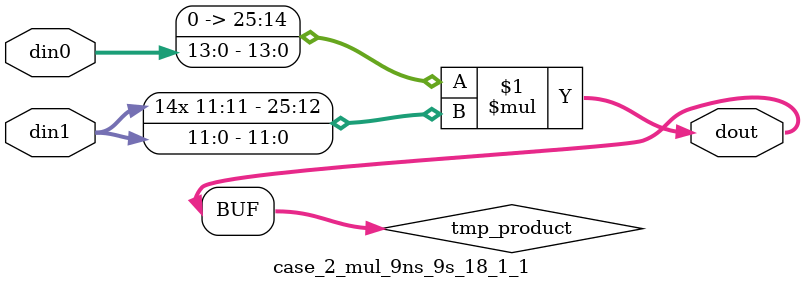
<source format=v>

`timescale 1 ns / 1 ps

 (* use_dsp = "no" *)  module case_2_mul_9ns_9s_18_1_1(din0, din1, dout);
parameter ID = 1;
parameter NUM_STAGE = 0;
parameter din0_WIDTH = 14;
parameter din1_WIDTH = 12;
parameter dout_WIDTH = 26;

input [din0_WIDTH - 1 : 0] din0; 
input [din1_WIDTH - 1 : 0] din1; 
output [dout_WIDTH - 1 : 0] dout;

wire signed [dout_WIDTH - 1 : 0] tmp_product;

























assign tmp_product = $signed({1'b0, din0}) * $signed(din1);










assign dout = tmp_product;





















endmodule

</source>
